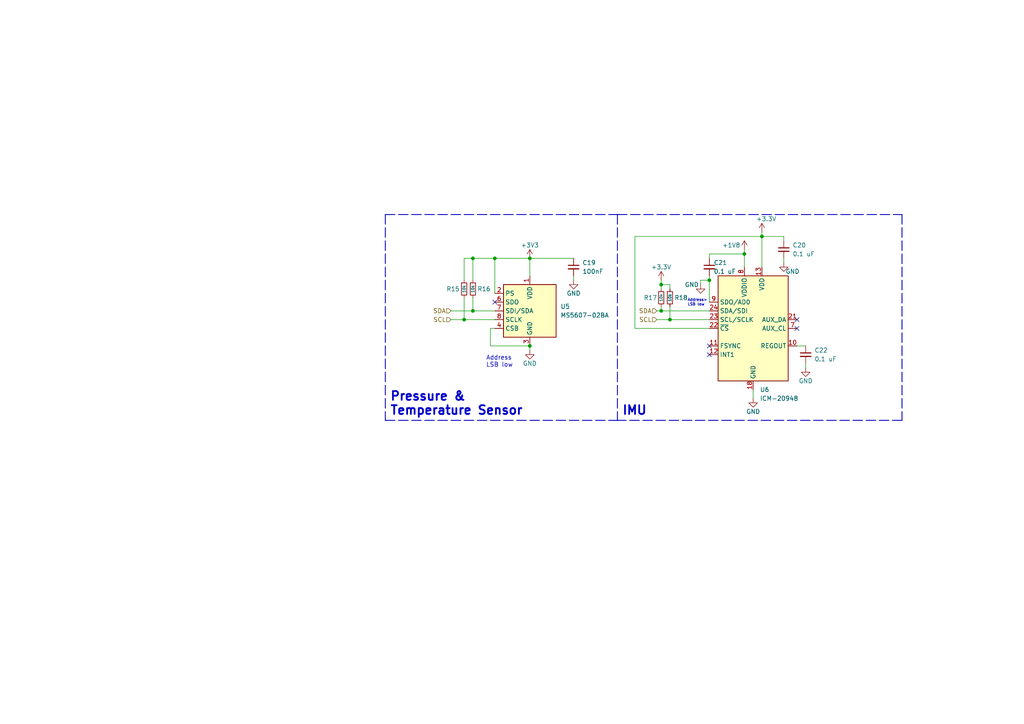
<source format=kicad_sch>
(kicad_sch (version 20230121) (generator eeschema)
  (paper "A4")
  (lib_symbols
    (symbol "Device:C_Small" (pin_numbers hide) (pin_names (offset 0.254) hide)
      (property "Reference" "C" (at 0.254 1.778 0))
      (property "Value" "C_Small" (at 0.254 -2.032 0))
      (symbol "C_Small_0_1"
        (polyline (pts (xy -1.524 -0.508) (xy 1.524 -0.508)) (stroke (width 0.3302)))
        (polyline (pts (xy -1.524 0.508) (xy 1.524 0.508)) (stroke (width 0.3048)))
      )
      (symbol "C_Small_1_1"
        (pin passive line (at 0 2.54 270) (length 2.032) (name "~") (number "1"))
        (pin passive line (at 0 -2.54 90) (length 2.032) (name "~") (number "2"))
      )
    )
    (symbol "Device:R_Small" (pin_numbers hide) (pin_names (offset 0.254) hide)
      (property "Reference" "R" (at 0.762 0.508 0))
      (property "Value" "R_Small" (at 0.762 -1.016 0))
      (symbol "R_Small_0_1"
        (rectangle (start -0.762 1.778) (end 0.762 -1.778) (stroke (width 0.2032)))
      )
      (symbol "R_Small_1_1"
        (pin passive line (at 0 2.54 270) (length 0.762) (name "~") (number "1"))
        (pin passive line (at 0 -2.54 90) (length 0.762) (name "~") (number "2"))
      )
    )
    (symbol "GND_1" (power) (pin_names (offset 0))
      (property "Value" "GND_1" (at 0 -3.81 0))
      (symbol "GND_1_0_1"
        (polyline (pts (xy 0 0) (xy 0 -1.27) (xy 1.27 -1.27) (xy 0 -2.54) (xy -1.27 -1.27) (xy 0 -1.27)))
      )
      (symbol "GND_1_1_1"
        (pin power_in line (at 0 0 270) (length 0) hide (name "GND") (number "1"))
      )
    )
    (symbol "GND_2" (power) (pin_names (offset 0))
      (property "Value" "GND_2" (at 0 -3.81 0))
      (symbol "GND_2_0_1"
        (polyline (pts (xy 0 0) (xy 0 -1.27) (xy 1.27 -1.27) (xy 0 -2.54) (xy -1.27 -1.27) (xy 0 -1.27)))
      )
      (symbol "GND_2_1_1"
        (pin power_in line (at 0 0 270) (length 0) hide (name "GND") (number "1"))
      )
    )
    (symbol "GND_3" (power) (pin_names (offset 0))
      (property "Value" "GND_3" (at 0 -3.81 0))
      (symbol "GND_3_0_1"
        (polyline (pts (xy 0 0) (xy 0 -1.27) (xy 1.27 -1.27) (xy 0 -2.54) (xy -1.27 -1.27) (xy 0 -1.27)))
      )
      (symbol "GND_3_1_1"
        (pin power_in line (at 0 0 270) (length 0) hide (name "GND") (number "1"))
      )
    )
    (symbol "Sensor_Motion:ICM-20948"
      (property "Reference" "U" (at -11.43 16.51 0))
      (property "Value" "ICM-20948" (at 7.62 -16.51 0))
      (symbol "ICM-20948_0_1"
        (rectangle (start -10.16 15.24) (end 10.16 -15.24) (stroke (width 0.254)) (fill (type background)))
      )
      (symbol "ICM-20948_1_1"
        (pin no_connect line (at -10.16 12.7 0) (length 2.54) hide (name "NC") (number "1"))
        (pin passive line (at 12.7 -5.08 180) (length 2.54) (name "REGOUT") (number "10"))
        (pin input line (at -12.7 -5.08 0) (length 2.54) (name "FSYNC") (number "11"))
        (pin output line (at -12.7 -7.62 0) (length 2.54) (name "INT1") (number "12"))
        (pin power_in line (at 2.54 17.78 270) (length 2.54) (name "VDD") (number "13"))
        (pin no_connect line (at 10.16 7.62 180) (length 2.54) hide (name "NC") (number "14"))
        (pin no_connect line (at 10.16 5.08 180) (length 2.54) hide (name "NC") (number "15"))
        (pin no_connect line (at 10.16 -7.62 180) (length 2.54) hide (name "NC") (number "16"))
        (pin no_connect line (at 10.16 -10.16 180) (length 2.54) hide (name "NC") (number "17"))
        (pin power_in line (at 0 -17.78 90) (length 2.54) (name "GND") (number "18"))
        (pin no_connect line (at 10.16 -12.7 180) (length 2.54) hide (name "RESV") (number "19"))
        (pin no_connect line (at -10.16 10.16 0) (length 2.54) hide (name "NC") (number "2"))
        (pin passive line (at 0 -17.78 90) (length 2.54) hide (name "GND") (number "20"))
        (pin bidirectional line (at 12.7 2.54 180) (length 2.54) (name "AUX_DA") (number "21"))
        (pin input line (at -12.7 0 0) (length 2.54) (name "~{CS}") (number "22"))
        (pin input line (at -12.7 2.54 0) (length 2.54) (name "SCL/SCLK") (number "23"))
        (pin bidirectional line (at -12.7 5.08 0) (length 2.54) (name "SDA/SDI") (number "24"))
        (pin no_connect line (at -10.16 -2.54 0) (length 2.54) hide (name "NC") (number "3"))
        (pin no_connect line (at -10.16 -10.16 0) (length 2.54) hide (name "NC") (number "4"))
        (pin no_connect line (at -10.16 -12.7 0) (length 2.54) hide (name "NC") (number "5"))
        (pin no_connect line (at 10.16 10.16 180) (length 2.54) hide (name "NC") (number "6"))
        (pin output line (at 12.7 0 180) (length 2.54) (name "AUX_CL") (number "7"))
        (pin power_in line (at -2.54 17.78 270) (length 2.54) (name "VDDIO") (number "8"))
        (pin bidirectional line (at -12.7 7.62 0) (length 2.54) (name "SDO/AD0") (number "9"))
      )
    )
    (symbol "Sensor_Pressure:MS5607-02BA"
      (property "Reference" "U" (at -6.35 8.89 0))
      (property "Value" "MS5607-02BA" (at 7.62 8.89 0))
      (symbol "MS5607-02BA_0_1"
        (rectangle (start -7.62 7.62) (end 7.62 -7.62) (stroke (width 0.254)) (fill (type background)))
      )
      (symbol "MS5607-02BA_1_1"
        (pin power_in line (at 0 10.16 270) (length 2.54) (name "VDD") (number "1"))
        (pin input line (at -10.16 5.08 0) (length 2.54) (name "PS") (number "2"))
        (pin power_in line (at 0 -10.16 90) (length 2.54) (name "GND") (number "3"))
        (pin input line (at -10.16 -5.08 0) (length 2.54) (name "CSB") (number "4"))
        (pin input line (at -10.16 -5.08 0) (length 2.54) hide (name "CSB") (number "5"))
        (pin output line (at -10.16 2.54 0) (length 2.54) (name "SDO") (number "6"))
        (pin bidirectional line (at -10.16 0 0) (length 2.54) (name "SDI/SDA") (number "7"))
        (pin input line (at -10.16 -2.54 0) (length 2.54) (name "SCLK") (number "8"))
      )
    )
    (symbol "power:+1V8" (power) (pin_names (offset 0))
      (property "Value" "+1V8" (at 0 3.556 0))
      (symbol "+1V8_0_1"
        (polyline (pts (xy -0.762 1.27) (xy 0 2.54)))
        (polyline (pts (xy 0 0) (xy 0 2.54)))
        (polyline (pts (xy 0 2.54) (xy 0.762 1.27)))
      )
      (symbol "+1V8_1_1"
        (pin power_in line (at 0 0 90) (length 0) hide (name "+1V8") (number "1"))
      )
    )
    (symbol "power:+3.3V" (power) (pin_names (offset 0))
      (property "Value" "+3.3V" (at 0 3.556 0))
      (symbol "+3.3V_0_1"
        (polyline (pts (xy -0.762 1.27) (xy 0 2.54)))
        (polyline (pts (xy 0 0) (xy 0 2.54)))
        (polyline (pts (xy 0 2.54) (xy 0.762 1.27)))
      )
      (symbol "+3.3V_1_1"
        (pin power_in line (at 0 0 90) (length 0) hide (name "+3.3V") (number "1"))
      )
    )
    (symbol "power:+3V3" (power) (pin_names (offset 0))
      (property "Value" "+3V3" (at 0 3.556 0))
      (symbol "+3V3_0_1"
        (polyline (pts (xy -0.762 1.27) (xy 0 2.54)))
        (polyline (pts (xy 0 0) (xy 0 2.54)))
        (polyline (pts (xy 0 2.54) (xy 0.762 1.27)))
      )
      (symbol "+3V3_1_1"
        (pin power_in line (at 0 0 90) (length 0) hide (name "+3V3") (number "1"))
      )
    )
    (symbol "power:GND" (power) (pin_names (offset 0))
      (property "Value" "GND" (at 0 -3.81 0))
      (symbol "GND_0_1"
        (polyline (pts (xy 0 0) (xy 0 -1.27) (xy 1.27 -1.27) (xy 0 -2.54) (xy -1.27 -1.27) (xy 0 -1.27)))
      )
      (symbol "GND_1_1"
        (pin power_in line (at 0 0 270) (length 0) hide (name "GND") (number "1"))
      )
    )
  )
  (junction (at 191.77 90.17))
  (junction (at 143.51 74.93))
  (junction (at 137.16 90.17))
  (junction (at 137.16 74.93))
  (junction (at 153.67 100.33))
  (junction (at 215.9 73.66))
  (junction (at 194.31 92.71))
  (junction (at 134.62 92.71))
  (junction (at 153.67 74.93))
  (junction (at 205.74 81.28))
  (junction (at 220.98 68.58))
  (junction (at 191.77 82.55))
  (no_connect (at 231.14 95.25))
  (no_connect (at 231.14 92.71))
  (no_connect (at 205.74 102.87))
  (no_connect (at 205.74 100.33))
  (no_connect (at 143.51 87.63))
  (wire (pts (xy 142.24 100.33) (xy 153.67 100.33)))
  (wire (pts (xy 137.16 74.93) (xy 143.51 74.93)))
  (wire (pts (xy 137.16 81.28) (xy 137.16 74.93)))
  (wire (pts (xy 227.33 74.93) (xy 227.33 76.2)))
  (polyline (pts (xy 111.76 121.92) (xy 179.07 121.92)) (stroke (width 0.254) (type dash)))
  (wire (pts (xy 220.98 68.58) (xy 220.98 77.47)))
  (wire (pts (xy 134.62 81.28) (xy 134.62 74.93)))
  (wire (pts (xy 142.24 95.25) (xy 143.51 95.25)))
  (wire (pts (xy 190.5 92.71) (xy 194.31 92.71)))
  (wire (pts (xy 130.81 90.17) (xy 137.16 90.17)))
  (wire (pts (xy 166.37 80.01) (xy 166.37 81.28)))
  (wire (pts (xy 231.14 100.33) (xy 233.68 100.33)))
  (wire (pts (xy 137.16 86.36) (xy 137.16 90.17)))
  (wire (pts (xy 184.15 95.25) (xy 184.15 68.58)))
  (wire (pts (xy 215.9 72.39) (xy 215.9 73.66)))
  (wire (pts (xy 191.77 82.55) (xy 194.31 82.55)))
  (wire (pts (xy 191.77 81.28) (xy 191.77 82.55)))
  (wire (pts (xy 143.51 85.09) (xy 143.51 74.93)))
  (wire (pts (xy 233.68 105.41) (xy 233.68 106.68)))
  (wire (pts (xy 191.77 82.55) (xy 191.77 83.82)))
  (wire (pts (xy 203.2 81.28) (xy 203.2 82.55)))
  (wire (pts (xy 191.77 88.9) (xy 191.77 90.17)))
  (wire (pts (xy 194.31 83.82) (xy 194.31 82.55)))
  (wire (pts (xy 227.33 68.58) (xy 227.33 69.85)))
  (wire (pts (xy 134.62 86.36) (xy 134.62 92.71)))
  (wire (pts (xy 205.74 80.01) (xy 205.74 81.28)))
  (wire (pts (xy 203.2 81.28) (xy 205.74 81.28)))
  (wire (pts (xy 218.44 113.03) (xy 218.44 115.57)))
  (wire (pts (xy 191.77 90.17) (xy 205.74 90.17)))
  (wire (pts (xy 184.15 68.58) (xy 220.98 68.58)))
  (polyline (pts (xy 111.76 62.23) (xy 111.76 121.92)) (stroke (width 0.254) (type dash)))
  (wire (pts (xy 153.67 100.33) (xy 153.67 101.6)))
  (wire (pts (xy 153.67 74.93) (xy 166.37 74.93)))
  (wire (pts (xy 205.74 73.66) (xy 205.74 74.93)))
  (wire (pts (xy 220.98 68.58) (xy 227.33 68.58)))
  (polyline (pts (xy 261.62 62.23) (xy 261.62 121.92)) (stroke (width 0.254) (type dash)))
  (wire (pts (xy 134.62 92.71) (xy 143.51 92.71)))
  (polyline (pts (xy 111.76 62.23) (xy 179.07 62.23)) (stroke (width 0.254) (type dash)))
  (wire (pts (xy 130.81 92.71) (xy 134.62 92.71)))
  (wire (pts (xy 143.51 74.93) (xy 153.67 74.93)))
  (wire (pts (xy 137.16 90.17) (xy 143.51 90.17)))
  (wire (pts (xy 190.5 90.17) (xy 191.77 90.17)))
  (polyline (pts (xy 179.07 62.23) (xy 261.62 62.23)) (stroke (width 0.254) (type dash)))
  (polyline (pts (xy 179.07 121.92) (xy 179.07 121.92)))
  (wire (pts (xy 194.31 92.71) (xy 205.74 92.71)))
  (wire (pts (xy 205.74 95.25) (xy 184.15 95.25)))
  (polyline (pts (xy 179.07 62.23) (xy 179.07 121.92)) (stroke (width 0.254) (type dash)))
  (wire (pts (xy 153.67 74.93) (xy 153.67 80.01)))
  (wire (pts (xy 215.9 73.66) (xy 215.9 77.47)))
  (wire (pts (xy 205.74 73.66) (xy 215.9 73.66)))
  (wire (pts (xy 134.62 74.93) (xy 137.16 74.93)))
  (wire (pts (xy 220.98 67.31) (xy 220.98 68.58)))
  (wire (pts (xy 205.74 81.28) (xy 205.74 87.63)))
  (polyline (pts (xy 261.62 121.92) (xy 179.07 121.92)) (stroke (width 0.254) (type dash)))
  (wire (pts (xy 194.31 88.9) (xy 194.31 92.71)))
  (wire (pts (xy 142.24 95.25) (xy 142.24 100.33)))
  (text "Pressure &\nTemperature Sensor" (at 113.03 120.65 0) (effects (font (size 2.54 2.54) (thickness 0.508) bold) (justify left bottom)))
  (text "Address \nLSB low" (at 140.97 106.68 0) (effects (font (size 1.27 1.27)) (justify left bottom)))
  (text "IMU" (at 180.34 120.65 0) (effects (font (size 2.54 2.54) (thickness 0.508) bold) (justify left bottom)))
  (text "Address>\nLSB low" (at 199.39 88.9 0) (effects (font (size 0.8 0.8)) (justify left bottom)))
  (hierarchical_label "SCL" (shape input) (at 130.81 92.71 180))
  (hierarchical_label "SDA" (shape input) (at 190.5 90.17 180))
  (hierarchical_label "SDA" (shape input) (at 130.81 90.17 180))
  (hierarchical_label "SCL" (shape input) (at 190.5 92.71 180))
  (symbol (lib_name "GND_2") (lib_id "power:GND") (at 233.68 106.68 0) (unit 1)
    (property "Reference" "#PWR06" (effects hide))
    (property "Value" "GND" (at 233.68 110.49 0))
  )
  (symbol (lib_id "power:GND") (at 166.37 81.28 0) (unit 1)
    (property "Reference" "#PWR043" (effects hide))
    (property "Value" "GND" (at 166.37 85.09 0))
  )
  (symbol (lib_id "Sensor_Motion:ICM-20948") (at 218.44 95.25 0) (unit 1)
    (property "Reference" "U6" (at 220.3959 113.03 0) (effects (justify left)))
    (property "Value" "ICM-20948" (at 220.3959 115.57 0) (effects (justify left)))
    (property "Footprint" "Sensor_Motion:InvenSense_QFN-24_3x3mm_P0.4mm" (effects hide))
    (property "Datasheet" "http://www.invensense.com/wp-content/uploads/2016/06/DS-000189-ICM-20948-v1.3.pdf" (effects hide))
  )
  (symbol (lib_id "power:+3V3") (at 153.67 74.93 0) (unit 1)
    (property "Reference" "#PWR041" (effects hide))
    (property "Value" "+3V3" (at 153.67 71.12 0))
  )
  (symbol (lib_id "Device:C_Small") (at 166.37 77.47 0) (unit 1)
    (property "Reference" "C19" (at 168.91 76.2062 0) (effects (justify left)))
    (property "Value" "100nF" (at 168.91 78.7462 0) (effects (justify left)))
    (property "Footprint" "Capacitor_SMD:C_0402_1005Metric" (effects hide))
  )
  (symbol (lib_id "power:+3.3V") (at 191.77 81.28 0) (unit 1)
    (property "Reference" "#PWR08" (effects hide))
    (property "Value" "+3.3V" (at 191.77 77.47 0))
  )
  (symbol (lib_name "GND_1") (lib_id "power:GND") (at 218.44 115.57 0) (unit 1)
    (property "Reference" "#PWR01" (effects hide))
    (property "Value" "GND" (at 218.44 119.38 0))
  )
  (symbol (lib_id "Sensor_Pressure:MS5607-02BA") (at 153.67 90.17 0) (unit 1)
    (property "Reference" "U5" (at 162.56 88.8999 0) (effects (justify left)))
    (property "Value" "MS5607-02BA" (at 162.56 91.4399 0) (effects (justify left)))
    (property "Footprint" "Package_LGA:LGA-8_3x5mm_P1.25mm" (effects hide))
    (property "Datasheet" "https://www.te.com/commerce/DocumentDelivery/DDEController?Action=showdoc&DocId=Data+Sheet%7FMS5607-02BA03%7FB2%7Fpdf%7FEnglish%7FENG_DS_MS5607-02BA03_B2.pdf%7FCAT-BLPS0035" (effects hide))
  )
  (symbol (lib_name "GND_3") (lib_id "power:GND") (at 203.2 82.55 0) (unit 1)
    (property "Reference" "#PWR07" (effects hide))
    (property "Value" "GND" (at 200.66 82.55 0))
  )
  (symbol (lib_id "Device:R_Small") (at 137.16 83.82 0) (unit 1)
    (property "Reference" "R16" (at 138.43 83.82 0) (effects (justify left)))
    (property "Value" "10k" (at 137.16 83.82 90) (effects (font (size 0.8 0.8))))
    (property "Footprint" "Resistor_SMD:R_0402_1005Metric" (effects hide))
  )
  (symbol (lib_id "power:+3.3V") (at 220.98 67.31 0) (unit 1)
    (property "Reference" "#PWR02" (effects hide))
    (property "Value" "+3.3V" (at 222.25 63.5 0))
  )
  (symbol (lib_name "GND_2") (lib_id "power:GND") (at 227.33 76.2 0) (unit 1)
    (property "Reference" "#PWR03" (effects hide))
    (property "Value" "GND" (at 229.87 78.74 0))
  )
  (symbol (lib_id "Device:C_Small") (at 233.68 102.87 0) (unit 1)
    (property "Reference" "C22" (at 236.22 101.6063 0) (effects (justify left)))
    (property "Value" "0.1 uF" (at 236.22 104.1463 0) (effects (justify left)))
  )
  (symbol (lib_id "power:+1V8") (at 215.9 72.39 0) (unit 1)
    (property "Reference" "#PWR04" (effects hide))
    (property "Value" "+1V8" (at 212.09 71.12 0))
  )
  (symbol (lib_id "Device:R_Small") (at 194.31 86.36 0) (unit 1)
    (property "Reference" "R18" (at 195.58 86.36 0) (effects (justify left)))
    (property "Value" "10k" (at 194.31 86.36 90) (effects (font (size 0.8 0.8))))
  )
  (symbol (lib_id "Device:R_Small") (at 134.62 83.82 0) (unit 1)
    (property "Reference" "R15" (at 133.35 83.82 0) (effects (justify right)))
    (property "Value" "10k" (at 134.62 83.82 90) (effects (font (size 0.8 0.8))))
    (property "Footprint" "Resistor_SMD:R_0402_1005Metric" (effects hide))
  )
  (symbol (lib_id "Device:C_Small") (at 227.33 72.39 0) (unit 1)
    (property "Reference" "C20" (at 229.87 71.1263 0) (effects (justify left)))
    (property "Value" "0.1 uF" (at 229.87 73.6663 0) (effects (justify left)))
  )
  (symbol (lib_id "Device:C_Small") (at 205.74 77.47 0) (unit 1)
    (property "Reference" "C21" (at 207.01 76.2 0) (effects (justify left)))
    (property "Value" "0.1 uF" (at 207.01 78.74 0) (effects (justify left)))
  )
  (symbol (lib_id "Device:R_Small") (at 191.77 86.36 0) (unit 1)
    (property "Reference" "R17" (at 186.69 86.36 0) (effects (justify left)))
    (property "Value" "10k" (at 191.77 86.36 90) (effects (font (size 0.8 0.8))))
  )
  (symbol (lib_id "power:GND") (at 153.67 101.6 0) (unit 1)
    (property "Reference" "#PWR042" (effects hide))
    (property "Value" "GND" (at 153.67 105.41 0))
  )
)
</source>
